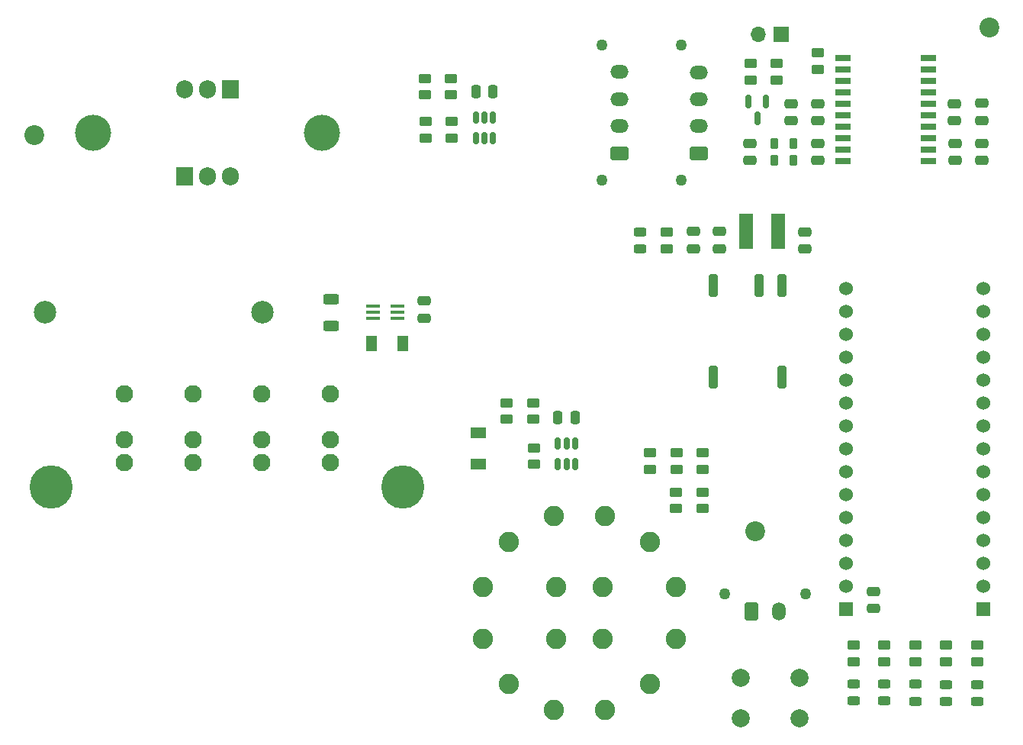
<source format=gbr>
%TF.GenerationSoftware,KiCad,Pcbnew,(6.0.1)*%
%TF.CreationDate,2022-02-07T20:05:21-06:00*%
%TF.ProjectId,IV Curve Tracer,49562043-7572-4766-9520-547261636572,1.2.0*%
%TF.SameCoordinates,Original*%
%TF.FileFunction,Soldermask,Top*%
%TF.FilePolarity,Negative*%
%FSLAX46Y46*%
G04 Gerber Fmt 4.6, Leading zero omitted, Abs format (unit mm)*
G04 Created by KiCad (PCBNEW (6.0.1)) date 2022-02-07 20:05:21*
%MOMM*%
%LPD*%
G01*
G04 APERTURE LIST*
G04 Aperture macros list*
%AMRoundRect*
0 Rectangle with rounded corners*
0 $1 Rounding radius*
0 $2 $3 $4 $5 $6 $7 $8 $9 X,Y pos of 4 corners*
0 Add a 4 corners polygon primitive as box body*
4,1,4,$2,$3,$4,$5,$6,$7,$8,$9,$2,$3,0*
0 Add four circle primitives for the rounded corners*
1,1,$1+$1,$2,$3*
1,1,$1+$1,$4,$5*
1,1,$1+$1,$6,$7*
1,1,$1+$1,$8,$9*
0 Add four rect primitives between the rounded corners*
20,1,$1+$1,$2,$3,$4,$5,0*
20,1,$1+$1,$4,$5,$6,$7,0*
20,1,$1+$1,$6,$7,$8,$9,0*
20,1,$1+$1,$8,$9,$2,$3,0*%
G04 Aperture macros list end*
%ADD10RoundRect,0.250000X0.450000X-0.262500X0.450000X0.262500X-0.450000X0.262500X-0.450000X-0.262500X0*%
%ADD11R,1.500000X4.000000*%
%ADD12R,1.905000X2.000000*%
%ADD13O,1.905000X2.000000*%
%ADD14RoundRect,0.250000X-0.450000X0.262500X-0.450000X-0.262500X0.450000X-0.262500X0.450000X0.262500X0*%
%ADD15C,2.200000*%
%ADD16RoundRect,0.218750X-0.218750X-0.381250X0.218750X-0.381250X0.218750X0.381250X-0.218750X0.381250X0*%
%ADD17RoundRect,0.243750X0.456250X-0.243750X0.456250X0.243750X-0.456250X0.243750X-0.456250X-0.243750X0*%
%ADD18C,1.270000*%
%ADD19RoundRect,0.250001X-0.499999X-0.759999X0.499999X-0.759999X0.499999X0.759999X-0.499999X0.759999X0*%
%ADD20O,1.500000X2.020000*%
%ADD21R,1.530000X1.530000*%
%ADD22C,1.530000*%
%ADD23RoundRect,0.250000X0.475000X-0.250000X0.475000X0.250000X-0.475000X0.250000X-0.475000X-0.250000X0*%
%ADD24RoundRect,0.250000X-0.475000X0.250000X-0.475000X-0.250000X0.475000X-0.250000X0.475000X0.250000X0*%
%ADD25RoundRect,0.250001X0.759999X-0.499999X0.759999X0.499999X-0.759999X0.499999X-0.759999X-0.499999X0*%
%ADD26O,2.020000X1.500000*%
%ADD27R,1.700000X1.700000*%
%ADD28O,1.700000X1.700000*%
%ADD29R,1.300000X1.700000*%
%ADD30RoundRect,0.150000X-0.150000X0.587500X-0.150000X-0.587500X0.150000X-0.587500X0.150000X0.587500X0*%
%ADD31C,4.800000*%
%ADD32C,1.950000*%
%ADD33C,4.000000*%
%ADD34R,1.800000X0.650000*%
%ADD35RoundRect,0.150000X0.150000X-0.512500X0.150000X0.512500X-0.150000X0.512500X-0.150000X-0.512500X0*%
%ADD36R,1.700000X1.300000*%
%ADD37RoundRect,0.250000X0.250000X0.475000X-0.250000X0.475000X-0.250000X-0.475000X0.250000X-0.475000X0*%
%ADD38R,1.500000X0.400000*%
%ADD39C,2.500000*%
%ADD40RoundRect,0.250000X0.625000X-0.312500X0.625000X0.312500X-0.625000X0.312500X-0.625000X-0.312500X0*%
%ADD41C,2.250000*%
%ADD42RoundRect,0.250000X-0.250000X-1.020000X0.250000X-1.020000X0.250000X1.020000X-0.250000X1.020000X0*%
%ADD43C,2.000000*%
G04 APERTURE END LIST*
D10*
%TO.C,R9*%
X107821789Y-77365854D03*
X107821789Y-75540854D03*
%TD*%
D11*
%TO.C,L1*%
X116249989Y-50952654D03*
X112649989Y-50952654D03*
%TD*%
D12*
%TO.C,Q1*%
X55414989Y-35228880D03*
D13*
X52874989Y-35228880D03*
X50334989Y-35228880D03*
%TD*%
D14*
%TO.C,R21*%
X113137489Y-32392654D03*
X113137489Y-34217654D03*
%TD*%
D10*
%TO.C,R20*%
X116037489Y-34222654D03*
X116037489Y-32397654D03*
%TD*%
D15*
%TO.C,H3*%
X113674989Y-84272654D03*
%TD*%
D16*
%TO.C,L2*%
X115772489Y-43127654D03*
X117897489Y-43127654D03*
%TD*%
%TO.C,L3*%
X115757489Y-41217654D03*
X117882489Y-41217654D03*
%TD*%
D10*
%TO.C,R19*%
X120592489Y-33020154D03*
X120592489Y-31195154D03*
%TD*%
D17*
%TO.C,LED1*%
X138289989Y-103120154D03*
X138289989Y-101245154D03*
%TD*%
D18*
%TO.C,J1*%
X119269989Y-91202654D03*
X110269989Y-91202654D03*
D19*
X113269989Y-93162654D03*
D20*
X116269989Y-93162654D03*
%TD*%
D21*
%TO.C,U1*%
X139024989Y-92872654D03*
D22*
X139024989Y-90332654D03*
X139024989Y-87792654D03*
X139024989Y-85252654D03*
X139024989Y-82712654D03*
X139024989Y-80172654D03*
X139024989Y-77632654D03*
X139024989Y-75092654D03*
X139024989Y-72552654D03*
X139024989Y-70012654D03*
X139024989Y-67472654D03*
X139024989Y-64932654D03*
X139024989Y-62392654D03*
X139024989Y-59852654D03*
X139024989Y-57312654D03*
X123784989Y-57312654D03*
X123784989Y-59852654D03*
X123784989Y-62392654D03*
X123784989Y-64932654D03*
X123784989Y-67472654D03*
X123784989Y-70012654D03*
X123784989Y-72552654D03*
X123784989Y-75092654D03*
X123784989Y-77632654D03*
X123784989Y-80172654D03*
X123784989Y-82712654D03*
X123784989Y-85252654D03*
X123784989Y-87792654D03*
X123784989Y-90332654D03*
D21*
X123784989Y-92872654D03*
%TD*%
D23*
%TO.C,C11*%
X135817489Y-38707654D03*
X135817489Y-36807654D03*
%TD*%
D24*
%TO.C,C8*%
X138797489Y-41227654D03*
X138797489Y-43127654D03*
%TD*%
D18*
%TO.C,J4*%
X96677489Y-30327654D03*
X96677489Y-45327654D03*
D25*
X98637489Y-42327654D03*
D26*
X98637489Y-39327654D03*
X98637489Y-36327654D03*
X98637489Y-33327654D03*
%TD*%
D10*
%TO.C,R16*%
X79934989Y-35850154D03*
X79934989Y-34025154D03*
%TD*%
D27*
%TO.C,JP1*%
X116557489Y-29132654D03*
D28*
X114017489Y-29132654D03*
%TD*%
D23*
%TO.C,C15*%
X120587489Y-38712654D03*
X120587489Y-36812654D03*
%TD*%
D12*
%TO.C,Q2*%
X50339989Y-44888880D03*
D13*
X52879989Y-44888880D03*
X55419989Y-44888880D03*
%TD*%
D23*
%TO.C,C9*%
X135827489Y-43132654D03*
X135827489Y-41232654D03*
%TD*%
D10*
%TO.C,R6*%
X103839989Y-52907654D03*
X103839989Y-51082654D03*
%TD*%
D29*
%TO.C,D1*%
X74584989Y-63402654D03*
X71084989Y-63402654D03*
%TD*%
D23*
%TO.C,C13*%
X113087489Y-43117654D03*
X113087489Y-41217654D03*
%TD*%
D10*
%TO.C,R13*%
X89052489Y-71828744D03*
X89052489Y-70003744D03*
%TD*%
D15*
%TO.C,H1*%
X33664989Y-40337654D03*
%TD*%
D23*
%TO.C,C4*%
X106799989Y-52907654D03*
X106799989Y-51007654D03*
%TD*%
D10*
%TO.C,R18*%
X77049989Y-35865154D03*
X77049989Y-34040154D03*
%TD*%
D30*
%TO.C,U7*%
X114842489Y-36605154D03*
X112942489Y-36605154D03*
X113892489Y-38480154D03*
%TD*%
D31*
%TO.C,J2*%
X35559989Y-79343880D03*
X74539989Y-79343880D03*
D32*
X43619989Y-76623880D03*
X43619989Y-74083880D03*
X43619989Y-69003880D03*
X51239989Y-76623880D03*
X51239989Y-74083880D03*
X51239989Y-69003880D03*
X58859989Y-76623880D03*
X58859989Y-74083880D03*
X58859989Y-69003880D03*
X66479989Y-76623880D03*
X66479989Y-74083880D03*
X66479989Y-69003880D03*
%TD*%
D10*
%TO.C,R2*%
X134824989Y-98725154D03*
X134824989Y-96900154D03*
%TD*%
%TO.C,R5*%
X131419989Y-98715154D03*
X131419989Y-96890154D03*
%TD*%
D18*
%TO.C,J3*%
X105442489Y-30337654D03*
X105442489Y-45337654D03*
D25*
X107402489Y-42337654D03*
D26*
X107402489Y-39337654D03*
X107402489Y-36337654D03*
X107402489Y-33337654D03*
%TD*%
D33*
%TO.C,HS1*%
X65579989Y-40078880D03*
X40179989Y-40078880D03*
%TD*%
D23*
%TO.C,C12*%
X120587489Y-43117654D03*
X120587489Y-41217654D03*
%TD*%
D24*
%TO.C,C14*%
X117627489Y-36807654D03*
X117627489Y-38707654D03*
%TD*%
D34*
%TO.C,U6*%
X132902489Y-43167654D03*
X132902489Y-41897654D03*
X132902489Y-40627654D03*
X132902489Y-39357654D03*
X132902489Y-38087654D03*
X132902489Y-36817654D03*
X132902489Y-35547654D03*
X132902489Y-34277654D03*
X132902489Y-33007654D03*
X132902489Y-31737654D03*
X123452489Y-31737654D03*
X123452489Y-33007654D03*
X123452489Y-34277654D03*
X123452489Y-35547654D03*
X123452489Y-36817654D03*
X123452489Y-38087654D03*
X123452489Y-39357654D03*
X123452489Y-40627654D03*
X123452489Y-41897654D03*
X123452489Y-43167654D03*
%TD*%
D17*
%TO.C,LED3*%
X124609989Y-103097654D03*
X124609989Y-101222654D03*
%TD*%
D35*
%TO.C,U4*%
X91787489Y-76833744D03*
X92737489Y-76833744D03*
X93687489Y-76833744D03*
X93687489Y-74558744D03*
X92737489Y-74558744D03*
X91787489Y-74558744D03*
%TD*%
D14*
%TO.C,R8*%
X104931789Y-75540854D03*
X104931789Y-77365854D03*
%TD*%
D23*
%TO.C,C3*%
X109739989Y-52927654D03*
X109739989Y-51027654D03*
%TD*%
D17*
%TO.C,LED2*%
X134834989Y-103120154D03*
X134834989Y-101245154D03*
%TD*%
D36*
%TO.C,D2*%
X82982489Y-76828744D03*
X82982489Y-73328744D03*
%TD*%
D24*
%TO.C,C10*%
X138822489Y-36802654D03*
X138822489Y-38702654D03*
%TD*%
D10*
%TO.C,R15*%
X86094989Y-71856244D03*
X86094989Y-70031244D03*
%TD*%
D37*
%TO.C,C7*%
X84589989Y-35475154D03*
X82689989Y-35475154D03*
%TD*%
D38*
%TO.C,U3*%
X73929989Y-60612654D03*
X73929989Y-59962654D03*
X73929989Y-59312654D03*
X71269989Y-59312654D03*
X71269989Y-59962654D03*
X71269989Y-60612654D03*
%TD*%
D10*
%TO.C,R4*%
X128004989Y-98702654D03*
X128004989Y-96877654D03*
%TD*%
%TO.C,R7*%
X102031789Y-77365854D03*
X102031789Y-75540854D03*
%TD*%
D35*
%TO.C,U5*%
X82689989Y-40637654D03*
X83639989Y-40637654D03*
X84589989Y-40637654D03*
X84589989Y-38362654D03*
X83639989Y-38362654D03*
X82689989Y-38362654D03*
%TD*%
D10*
%TO.C,R22*%
X77079989Y-40655154D03*
X77079989Y-38830154D03*
%TD*%
D39*
%TO.C,F1*%
X58994989Y-59948880D03*
X34894989Y-59948880D03*
%TD*%
D40*
%TO.C,R12*%
X66584989Y-61446380D03*
X66584989Y-58521380D03*
%TD*%
D17*
%TO.C,LED5*%
X131429989Y-103110154D03*
X131429989Y-101235154D03*
%TD*%
D10*
%TO.C,R3*%
X124594989Y-98702654D03*
X124594989Y-96877654D03*
%TD*%
D37*
%TO.C,C6*%
X93677489Y-71648744D03*
X91777489Y-71648744D03*
%TD*%
D15*
%TO.C,H2*%
X139634989Y-28362654D03*
%TD*%
D17*
%TO.C,LED6*%
X100929989Y-52947654D03*
X100929989Y-51072654D03*
%TD*%
D10*
%TO.C,R17*%
X79954989Y-40660154D03*
X79954989Y-38835154D03*
%TD*%
D14*
%TO.C,R10*%
X104916789Y-79913354D03*
X104916789Y-81738354D03*
%TD*%
D10*
%TO.C,R14*%
X89084989Y-76831244D03*
X89084989Y-75006244D03*
%TD*%
D23*
%TO.C,C1*%
X126814989Y-92847654D03*
X126814989Y-90947654D03*
%TD*%
%TO.C,C2*%
X119189989Y-52967654D03*
X119189989Y-51067654D03*
%TD*%
D41*
%TO.C,SW2*%
X91293899Y-104032654D03*
X86317899Y-101159744D03*
X83444989Y-96183744D03*
X83444989Y-90437964D03*
X86317899Y-85461964D03*
X91293899Y-82589054D03*
X97039679Y-82589054D03*
X102015679Y-85461964D03*
X104888589Y-90437964D03*
X104888589Y-96183744D03*
X102015679Y-101159744D03*
X97039679Y-104032654D03*
X91603789Y-96183744D03*
X91603779Y-90437964D03*
X96729799Y-90437964D03*
X96729799Y-96183744D03*
%TD*%
D10*
%TO.C,R1*%
X138279989Y-98725154D03*
X138279989Y-96900154D03*
%TD*%
D42*
%TO.C,U2*%
X116604989Y-57027654D03*
X114064989Y-57027654D03*
X108984989Y-57027654D03*
X108984989Y-67187654D03*
X116604989Y-67187654D03*
%TD*%
D10*
%TO.C,R11*%
X107836789Y-81738354D03*
X107836789Y-79913354D03*
%TD*%
D43*
%TO.C,SW1*%
X112084989Y-104997654D03*
X118584989Y-104997654D03*
X118584989Y-100497654D03*
X112084989Y-100497654D03*
%TD*%
D17*
%TO.C,LED4*%
X128014989Y-103097654D03*
X128014989Y-101222654D03*
%TD*%
D23*
%TO.C,C5*%
X76964989Y-60597654D03*
X76964989Y-58697654D03*
%TD*%
M02*

</source>
